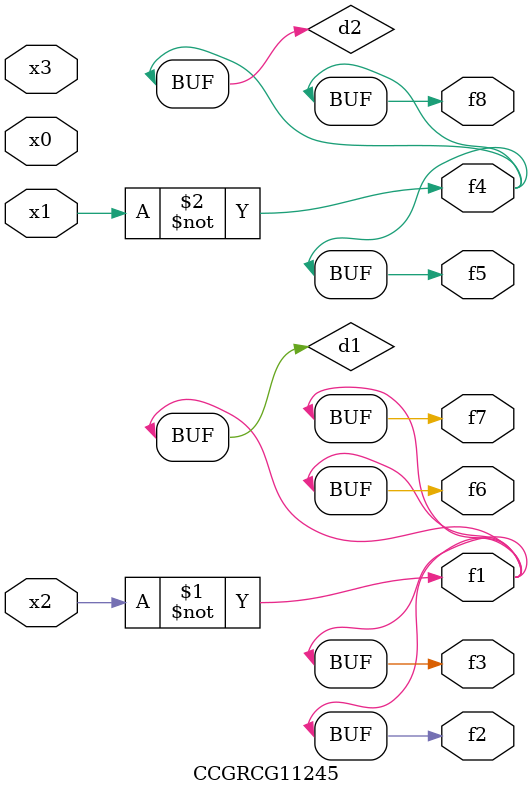
<source format=v>
module CCGRCG11245(
	input x0, x1, x2, x3,
	output f1, f2, f3, f4, f5, f6, f7, f8
);

	wire d1, d2;

	xnor (d1, x2);
	not (d2, x1);
	assign f1 = d1;
	assign f2 = d1;
	assign f3 = d1;
	assign f4 = d2;
	assign f5 = d2;
	assign f6 = d1;
	assign f7 = d1;
	assign f8 = d2;
endmodule

</source>
